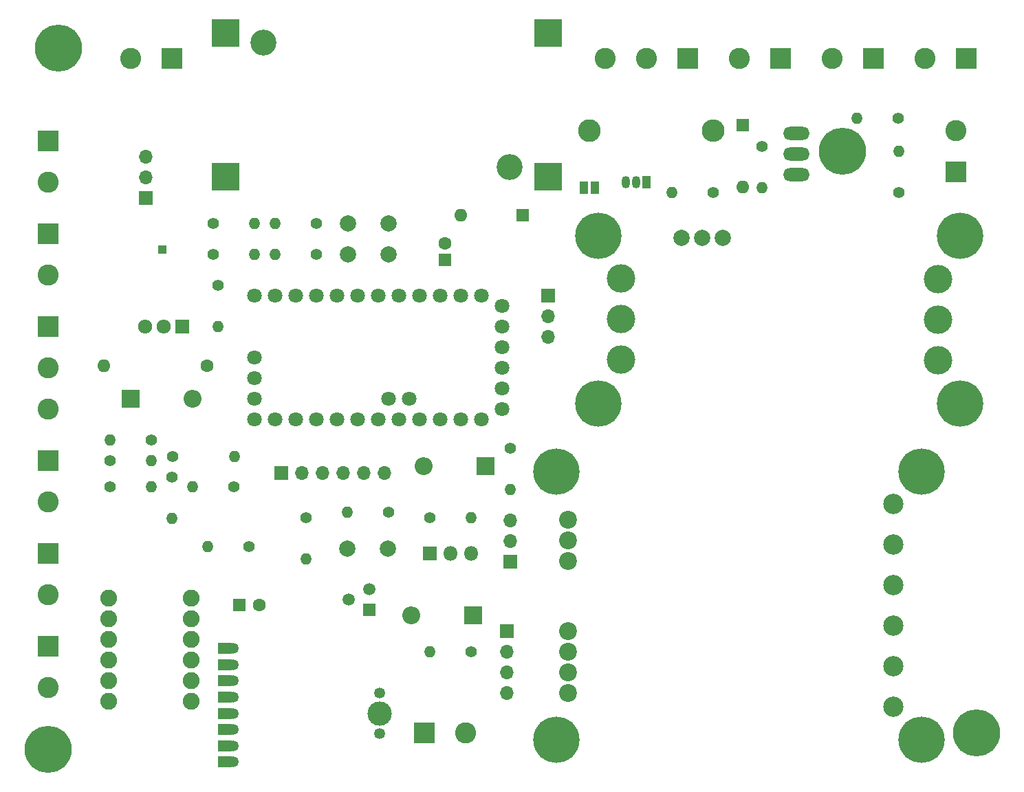
<source format=gbr>
G04 #@! TF.GenerationSoftware,KiCad,Pcbnew,5.1.12-84ad8e8a86~92~ubuntu18.04.1*
G04 #@! TF.CreationDate,2021-12-29T15:08:18+01:00*
G04 #@! TF.ProjectId,HM-LC-Bl1-FM_FUEL4EP_PCB,484d2d4c-432d-4426-9c31-2d464d5f4655,rev?*
G04 #@! TF.SameCoordinates,Original*
G04 #@! TF.FileFunction,Soldermask,Top*
G04 #@! TF.FilePolarity,Negative*
%FSLAX46Y46*%
G04 Gerber Fmt 4.6, Leading zero omitted, Abs format (unit mm)*
G04 Created by KiCad (PCBNEW 5.1.12-84ad8e8a86~92~ubuntu18.04.1) date 2021-12-29 15:08:18*
%MOMM*%
%LPD*%
G01*
G04 APERTURE LIST*
%ADD10R,1.000000X1.000000*%
%ADD11O,1.600000X1.600000*%
%ADD12C,1.600000*%
%ADD13C,3.200000*%
%ADD14R,3.500000X3.500000*%
%ADD15O,1.400000X1.400000*%
%ADD16C,1.400000*%
%ADD17C,3.000000*%
%ADD18C,1.350000*%
%ADD19R,1.800000X1.350000*%
%ADD20O,1.700000X1.700000*%
%ADD21R,1.700000X1.700000*%
%ADD22O,2.800000X2.800000*%
%ADD23C,2.800000*%
%ADD24O,2.200000X2.200000*%
%ADD25R,2.200000X2.200000*%
%ADD26R,1.600000X1.600000*%
%ADD27C,2.000000*%
%ADD28C,5.800000*%
%ADD29C,2.082800*%
%ADD30C,2.600000*%
%ADD31R,2.600000X2.600000*%
%ADD32C,5.700000*%
%ADD33C,2.200000*%
%ADD34C,2.500000*%
%ADD35R,1.000000X1.500000*%
%ADD36C,1.800000*%
%ADD37C,1.498600*%
%ADD38R,1.498600X1.498600*%
%ADD39C,3.500000*%
%ADD40O,3.251200X1.625600*%
%ADD41R,1.050000X1.500000*%
%ADD42O,1.050000X1.500000*%
%ADD43O,1.800000X1.800000*%
%ADD44R,1.800000X1.800000*%
%ADD45O,1.717500X1.800000*%
%ADD46R,1.717500X1.800000*%
G04 APERTURE END LIST*
D10*
X49657000Y1905000D03*
D11*
X42418000Y-12446000D03*
D12*
X55118000Y-12446000D03*
D13*
X92404000Y12075000D03*
X62104000Y27375000D03*
D14*
X97104000Y10875000D03*
X97104000Y28575000D03*
X57404000Y10875000D03*
X57404000Y28575000D03*
D15*
X58534300Y-23609300D03*
D16*
X50914300Y-23609300D03*
D17*
X76380000Y-55220000D03*
D18*
X76380000Y-57720000D03*
X76380000Y-52720000D03*
D19*
X57380000Y-59220000D03*
X57380000Y-57220000D03*
X57380000Y-55220000D03*
X57380000Y-53220000D03*
X57380000Y-51220000D03*
X57380000Y-49220000D03*
X57380000Y-47220000D03*
D18*
X58380000Y-59220000D03*
X58380000Y-57220000D03*
X58380000Y-55220000D03*
X58380000Y-53220000D03*
X58380000Y-51220000D03*
X58380000Y-49220000D03*
X58380000Y-47220000D03*
D19*
X57380000Y-61220000D03*
D18*
X58380000Y-61220000D03*
D20*
X76962000Y-25654000D03*
X74422000Y-25654000D03*
X71882000Y-25654000D03*
X69342000Y-25654000D03*
X66802000Y-25654000D03*
D21*
X64262000Y-25654000D03*
D20*
X92456000Y-31496000D03*
X92456000Y-34036000D03*
D21*
X92456000Y-36576000D03*
D15*
X43180000Y-21590000D03*
D16*
X48260000Y-21590000D03*
D15*
X82550000Y-47625000D03*
D16*
X87630000Y-47625000D03*
D15*
X123444000Y9474200D03*
D16*
X123444000Y14554200D03*
D15*
X112395000Y8890000D03*
D16*
X117475000Y8890000D03*
D15*
X72390000Y-30480000D03*
D16*
X77470000Y-30480000D03*
D15*
X140335000Y13970000D03*
D16*
X140335000Y8890000D03*
D15*
X135128000Y18034000D03*
D16*
X140208000Y18034000D03*
D15*
X87630000Y-31115000D03*
D16*
X82550000Y-31115000D03*
D15*
X92456000Y-27686000D03*
D16*
X92456000Y-22606000D03*
D15*
X67310000Y-36195000D03*
D16*
X67310000Y-31115000D03*
D15*
X55245000Y-34671000D03*
D16*
X60325000Y-34671000D03*
D15*
X50800000Y-31242000D03*
D16*
X50800000Y-26162000D03*
D15*
X63500000Y1270000D03*
D16*
X68580000Y1270000D03*
D15*
X63500000Y5080000D03*
D16*
X68580000Y5080000D03*
D15*
X48260000Y-24130000D03*
D16*
X43180000Y-24130000D03*
D15*
X60960000Y1270000D03*
D16*
X55880000Y1270000D03*
D15*
X60960000Y5080000D03*
D16*
X55880000Y5080000D03*
D15*
X53340000Y-27305000D03*
D16*
X58420000Y-27305000D03*
D15*
X56515000Y-7620000D03*
D16*
X56515000Y-2540000D03*
D15*
X48260000Y-27305000D03*
D16*
X43180000Y-27305000D03*
D22*
X117475000Y16510000D03*
D23*
X102235000Y16510000D03*
D24*
X53340000Y-16510000D03*
D25*
X45720000Y-16510000D03*
D24*
X80264000Y-43180000D03*
D25*
X87884000Y-43180000D03*
D24*
X81788000Y-24765000D03*
D25*
X89408000Y-24765000D03*
D12*
X84455000Y2635000D03*
D26*
X84455000Y635000D03*
D27*
X77390000Y-34925000D03*
X72390000Y-34925000D03*
X77470000Y5080000D03*
X72470000Y5080000D03*
X77470000Y1270000D03*
X72470000Y1270000D03*
D12*
X61595000Y-41910000D03*
D26*
X59095000Y-41910000D03*
D28*
X149860000Y-57658000D03*
D20*
X92075000Y-52705000D03*
X92075000Y-50165000D03*
X92075000Y-47625000D03*
D21*
X92075000Y-45085000D03*
D20*
X97155000Y-8890000D03*
X97155000Y-6350000D03*
D21*
X97155000Y-3810000D03*
D29*
X53213000Y-41071800D03*
X53213000Y-43611800D03*
X53213000Y-51231800D03*
X53213000Y-53771800D03*
X53213000Y-48691800D03*
X43053000Y-41071800D03*
X43053000Y-43611800D03*
X43053000Y-51231800D03*
X43053000Y-53771800D03*
X43053000Y-48691800D03*
X43053000Y-46151800D03*
X53213000Y-46151800D03*
D30*
X86995000Y-57658000D03*
D31*
X81915000Y-57658000D03*
D30*
X120650000Y25400000D03*
D31*
X125730000Y25400000D03*
D30*
X143510000Y25400000D03*
D31*
X148590000Y25400000D03*
D30*
X147320000Y16510000D03*
D31*
X147320000Y11430000D03*
D30*
X132080000Y25400000D03*
D31*
X137160000Y25400000D03*
D28*
X133350000Y13970000D03*
D30*
X104140000Y25400000D03*
X109220000Y25400000D03*
D31*
X114300000Y25400000D03*
D32*
X143075000Y-25455000D03*
X143075000Y-58455000D03*
X98175000Y-58455000D03*
X98175000Y-25455000D03*
D33*
X99625000Y-36455000D03*
X99625000Y-33915000D03*
X99625000Y-31375000D03*
X99625000Y-45085000D03*
X99625000Y-47625000D03*
X99625000Y-50165000D03*
X99625000Y-52705000D03*
D34*
X139675000Y-29455000D03*
X139675000Y-34455000D03*
X139675000Y-39455000D03*
X139675000Y-44455000D03*
X139675000Y-49455000D03*
X139675000Y-54455000D03*
D35*
X101570000Y9525000D03*
X102870000Y9525000D03*
D36*
X60960000Y-13970000D03*
X60960000Y-16510000D03*
X60960000Y-19050000D03*
X63500000Y-19050000D03*
X66040000Y-19050000D03*
X68580000Y-19050000D03*
X71120000Y-19050000D03*
X73660000Y-19050000D03*
X76200000Y-19050000D03*
X78740000Y-19050000D03*
X81280000Y-19050000D03*
X83820000Y-19050000D03*
X86360000Y-19050000D03*
X88900000Y-19050000D03*
X88900000Y-3810000D03*
X86360000Y-3810000D03*
X83820000Y-3810000D03*
X81280000Y-3810000D03*
X78740000Y-3810000D03*
X76200000Y-3810000D03*
X73660000Y-3810000D03*
X71120000Y-3810000D03*
X68580000Y-3810000D03*
X66040000Y-3810000D03*
X63500000Y-3810000D03*
X60960000Y-3810000D03*
X77470000Y-16510000D03*
X80010000Y-16510000D03*
X60960000Y-11430000D03*
X91440000Y-5080000D03*
X91440000Y-7620000D03*
X91440000Y-10160000D03*
X91440000Y-12700000D03*
X91440000Y-15240000D03*
X91440000Y-17780000D03*
D28*
X35560000Y-59690000D03*
X36830000Y26670000D03*
D30*
X35560000Y10160000D03*
D31*
X35560000Y15240000D03*
D30*
X35560000Y-1270000D03*
D31*
X35560000Y3810000D03*
D30*
X35560000Y-40640000D03*
D31*
X35560000Y-35560000D03*
D30*
X35560000Y-52070000D03*
D31*
X35560000Y-46990000D03*
D30*
X35560000Y-29210000D03*
D31*
X35560000Y-24130000D03*
D30*
X45720000Y25400000D03*
D31*
X50800000Y25400000D03*
D30*
X35560000Y-17780000D03*
X35560000Y-12700000D03*
D31*
X35560000Y-7620000D03*
D37*
X75082400Y-39928800D03*
X72542400Y-41198800D03*
D38*
X75082400Y-42468800D03*
D32*
X147850000Y3600000D03*
X147850000Y-17100000D03*
X103350000Y-17100000D03*
X103350000Y3600000D03*
D27*
X118680000Y3350000D03*
X116140000Y3350000D03*
X113600000Y3350000D03*
D39*
X106100000Y-1650000D03*
X106100000Y-6650000D03*
X106100000Y-11650000D03*
X145100000Y-1750000D03*
X145100000Y-6750000D03*
X145100000Y-11750000D03*
D40*
X127711200Y16230600D03*
X127711200Y13690600D03*
X127711200Y11150600D03*
D41*
X109220000Y10160000D03*
D42*
X106680000Y10160000D03*
X107950000Y10160000D03*
D43*
X87630000Y-35560000D03*
X85090000Y-35560000D03*
D44*
X82550000Y-35560000D03*
D45*
X47490000Y-7620000D03*
X49780000Y-7620000D03*
D46*
X52070000Y-7620000D03*
D20*
X47625000Y13335000D03*
X47625000Y10795000D03*
D21*
X47625000Y8255000D03*
D11*
X121056400Y9575800D03*
D26*
X121056400Y17195800D03*
D11*
X86360000Y6096000D03*
D26*
X93980000Y6096000D03*
M02*

</source>
